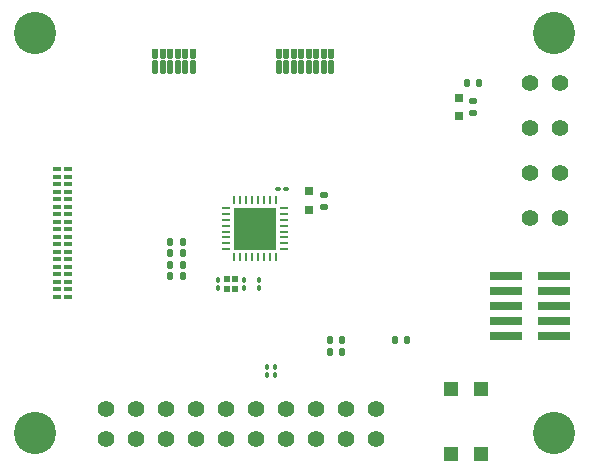
<source format=gbr>
%TF.GenerationSoftware,KiCad,Pcbnew,8.0.5*%
%TF.CreationDate,2025-10-24T05:58:17-05:00*%
%TF.ProjectId,iris-128s-adapter,69726973-2d31-4323-9873-2d6164617074,1.0.0*%
%TF.SameCoordinates,Original*%
%TF.FileFunction,Soldermask,Top*%
%TF.FilePolarity,Negative*%
%FSLAX46Y46*%
G04 Gerber Fmt 4.6, Leading zero omitted, Abs format (unit mm)*
G04 Created by KiCad (PCBNEW 8.0.5) date 2025-10-24 05:58:17*
%MOMM*%
%LPD*%
G01*
G04 APERTURE LIST*
G04 Aperture macros list*
%AMRoundRect*
0 Rectangle with rounded corners*
0 $1 Rounding radius*
0 $2 $3 $4 $5 $6 $7 $8 $9 X,Y pos of 4 corners*
0 Add a 4 corners polygon primitive as box body*
4,1,4,$2,$3,$4,$5,$6,$7,$8,$9,$2,$3,0*
0 Add four circle primitives for the rounded corners*
1,1,$1+$1,$2,$3*
1,1,$1+$1,$4,$5*
1,1,$1+$1,$6,$7*
1,1,$1+$1,$8,$9*
0 Add four rect primitives between the rounded corners*
20,1,$1+$1,$2,$3,$4,$5,0*
20,1,$1+$1,$4,$5,$6,$7,0*
20,1,$1+$1,$6,$7,$8,$9,0*
20,1,$1+$1,$8,$9,$2,$3,0*%
G04 Aperture macros list end*
%ADD10C,3.581400*%
%ADD11R,0.470000X0.520000*%
%ADD12RoundRect,0.050800X0.190500X0.381000X-0.190500X0.381000X-0.190500X-0.381000X0.190500X-0.381000X0*%
%ADD13RoundRect,0.050800X0.190500X0.508000X-0.190500X0.508000X-0.190500X-0.508000X0.190500X-0.508000X0*%
%ADD14R,2.794000X0.762000*%
%ADD15RoundRect,0.135000X-0.135000X-0.185000X0.135000X-0.185000X0.135000X0.185000X-0.135000X0.185000X0*%
%ADD16C,1.422400*%
%ADD17R,0.800000X0.800000*%
%ADD18RoundRect,0.100000X-0.100000X0.130000X-0.100000X-0.130000X0.100000X-0.130000X0.100000X0.130000X0*%
%ADD19R,0.762000X0.381000*%
%ADD20RoundRect,0.135000X0.135000X0.185000X-0.135000X0.185000X-0.135000X-0.185000X0.135000X-0.185000X0*%
%ADD21RoundRect,0.100000X-0.130000X-0.100000X0.130000X-0.100000X0.130000X0.100000X-0.130000X0.100000X0*%
%ADD22RoundRect,0.135000X0.185000X-0.135000X0.185000X0.135000X-0.185000X0.135000X-0.185000X-0.135000X0*%
%ADD23R,1.270000X1.270000*%
%ADD24RoundRect,0.135000X-0.185000X0.135000X-0.185000X-0.135000X0.185000X-0.135000X0.185000X0.135000X0*%
%ADD25R,0.250000X0.650000*%
%ADD26R,0.650000X0.250000*%
%ADD27R,3.600000X3.600000*%
G04 APERTURE END LIST*
D10*
%TO.C,S6*%
X73048000Y-126952000D03*
%TD*%
D11*
%TO.C,X1*%
X89294100Y-113904240D03*
X89294100Y-114724240D03*
X89964100Y-114724240D03*
X89964100Y-113904240D03*
%TD*%
D10*
%TO.C,S3*%
X116952000Y-93048000D03*
%TD*%
D12*
%TO.C,S4*%
X98132680Y-94838080D03*
X97497680Y-94838080D03*
X96862680Y-94838080D03*
X96227680Y-94838080D03*
X95592680Y-94838080D03*
X94957680Y-94838080D03*
X94322680Y-94838080D03*
X93687680Y-94838080D03*
D13*
X98132680Y-95981080D03*
X97497680Y-95981080D03*
X96862680Y-95981080D03*
X96227680Y-95981080D03*
X95592680Y-95981080D03*
X94957680Y-95981080D03*
X94322680Y-95981080D03*
X93687680Y-95981080D03*
%TD*%
D14*
%TO.C,J4*%
X116951360Y-118745340D03*
X112887360Y-118745340D03*
X116951360Y-117475340D03*
X112887360Y-117475340D03*
X116951360Y-116205340D03*
X112887360Y-116205340D03*
X116951360Y-114935340D03*
X112887360Y-114935340D03*
X116951360Y-113665340D03*
X112887360Y-113665340D03*
%TD*%
D15*
%TO.C,R21*%
X109621880Y-97282000D03*
X110641880Y-97282000D03*
%TD*%
D16*
%TO.C,J7*%
X114919760Y-101092000D03*
X117459760Y-101092000D03*
%TD*%
D17*
%TO.C,D4*%
X108909460Y-98566380D03*
X108909460Y-100066380D03*
%TD*%
D18*
%TO.C,C23*%
X90694500Y-113996400D03*
X90694500Y-114636400D03*
%TD*%
%TO.C,R3*%
X93379860Y-121376660D03*
X93379860Y-122016660D03*
%TD*%
D19*
%TO.C,S5*%
X74911100Y-104602500D03*
X74911100Y-105237500D03*
X74911100Y-105872500D03*
X74911100Y-106507500D03*
X74911100Y-107142500D03*
X74911100Y-107777500D03*
X74911100Y-108412500D03*
X74911100Y-109047500D03*
X74911100Y-109682500D03*
X74911100Y-110317500D03*
X74911100Y-110952500D03*
X74911100Y-111587500D03*
X74911100Y-112222500D03*
X74911100Y-112857500D03*
X74911100Y-113492500D03*
X74911100Y-114127500D03*
X74911100Y-114762500D03*
X74911100Y-115397500D03*
X75850900Y-104602500D03*
X75850900Y-105237500D03*
X75850900Y-105872500D03*
X75850900Y-106507500D03*
X75850900Y-107142500D03*
X75850900Y-107777500D03*
X75850900Y-108412500D03*
X75850900Y-109047500D03*
X75850900Y-109682500D03*
X75850900Y-110317500D03*
X75850900Y-110952500D03*
X75850900Y-111587500D03*
X75850900Y-112222500D03*
X75850900Y-112857500D03*
X75850900Y-113492500D03*
X75850900Y-114127500D03*
X75850900Y-114762500D03*
X75850900Y-115397500D03*
%TD*%
D12*
%TO.C,S1*%
X86369280Y-94838480D03*
X85734280Y-94838480D03*
X85099280Y-94838480D03*
X84464280Y-94838480D03*
X83829280Y-94838480D03*
X83194280Y-94838480D03*
D13*
X86369280Y-95981480D03*
X85734280Y-95981480D03*
X85099280Y-95981480D03*
X84464280Y-95981480D03*
X83829280Y-95981480D03*
X83194280Y-95981480D03*
%TD*%
D15*
%TO.C,R22*%
X98044500Y-119113000D03*
X99064500Y-119113000D03*
%TD*%
D20*
%TO.C,R6*%
X85523600Y-112679440D03*
X84503600Y-112679440D03*
%TD*%
%TO.C,R8*%
X85523600Y-110797100D03*
X84503600Y-110797100D03*
%TD*%
D18*
%TO.C,R4*%
X92678180Y-121376660D03*
X92678180Y-122016660D03*
%TD*%
%TO.C,C6*%
X92029240Y-113996400D03*
X92029240Y-114636400D03*
%TD*%
D20*
%TO.C,R5*%
X85523600Y-113619440D03*
X84503600Y-113619440D03*
%TD*%
D10*
%TO.C,S2*%
X73048000Y-93048000D03*
%TD*%
D15*
%TO.C,R23*%
X98044500Y-120054760D03*
X99064500Y-120054760D03*
%TD*%
D17*
%TO.C,D3*%
X96245020Y-106417240D03*
X96245020Y-108067240D03*
%TD*%
D21*
%TO.C,C24*%
X93627680Y-106292240D03*
X94267680Y-106292240D03*
%TD*%
D16*
%TO.C,J2*%
X114919760Y-104902000D03*
X117459760Y-104902000D03*
%TD*%
D22*
%TO.C,R19*%
X97464580Y-107814740D03*
X97464580Y-106794740D03*
%TD*%
D15*
%TO.C,R24*%
X103482640Y-119113000D03*
X104502640Y-119113000D03*
%TD*%
D23*
%TO.C,J6*%
X108230000Y-123256800D03*
X108230000Y-128743200D03*
X110770000Y-123256800D03*
X110770000Y-128743200D03*
%TD*%
D18*
%TO.C,C22*%
X88565920Y-113996400D03*
X88565920Y-114636400D03*
%TD*%
D24*
%TO.C,R20*%
X110127960Y-98868880D03*
X110127960Y-99888880D03*
%TD*%
D16*
%TO.C,J3*%
X114919760Y-108712000D03*
X117459760Y-108712000D03*
%TD*%
D20*
%TO.C,R7*%
X85523600Y-111739440D03*
X84503600Y-111739440D03*
%TD*%
D10*
%TO.C,S7*%
X116952000Y-126952000D03*
%TD*%
D25*
%TO.C,U1*%
X89902240Y-112067320D03*
X90402240Y-112067320D03*
X90902240Y-112067320D03*
X91402240Y-112067320D03*
X91902240Y-112067320D03*
X92402240Y-112067320D03*
X92902240Y-112067320D03*
X93402240Y-112067320D03*
D26*
X94077240Y-111392320D03*
X94077240Y-110892320D03*
X94077240Y-110392320D03*
X94077240Y-109892320D03*
X94077240Y-109392320D03*
X94077240Y-108892320D03*
X94077240Y-108392320D03*
X94077240Y-107892320D03*
D25*
X93402240Y-107217320D03*
X92902240Y-107217320D03*
X92402240Y-107217320D03*
X91902240Y-107217320D03*
X91402240Y-107217320D03*
X90902240Y-107217320D03*
X90402240Y-107217320D03*
X89902240Y-107217320D03*
D26*
X89227240Y-107892320D03*
X89227240Y-108392320D03*
X89227240Y-108892320D03*
X89227240Y-109392320D03*
X89227240Y-109892320D03*
X89227240Y-110392320D03*
X89227240Y-110892320D03*
X89227240Y-111392320D03*
D27*
X91652240Y-109642320D03*
%TD*%
D16*
%TO.C,J1*%
X114919760Y-97282000D03*
X117459760Y-97282000D03*
%TD*%
%TO.C,J5*%
X79070000Y-127460500D03*
X79070000Y-124920500D03*
X81610000Y-127460500D03*
X81610000Y-124920500D03*
X84150000Y-127460500D03*
X84150000Y-124920500D03*
X86690000Y-127460500D03*
X86690000Y-124920500D03*
X89230000Y-127460500D03*
X89230000Y-124920500D03*
X91770000Y-127460500D03*
X91770000Y-124920500D03*
X94310000Y-127460500D03*
X94310000Y-124920500D03*
X96850000Y-127460500D03*
X96850000Y-124920500D03*
X99390000Y-127460500D03*
X99390000Y-124920500D03*
X101930000Y-127460500D03*
X101930000Y-124920500D03*
%TD*%
M02*

</source>
